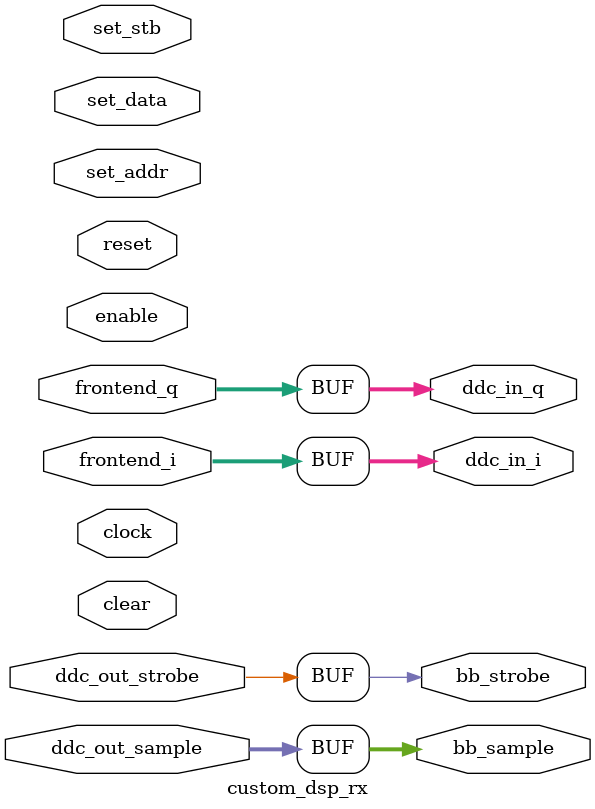
<source format=v>


//The following module effects the IO of the DDC chain.
//By default, this entire module is a simple pass-through.

//To implement DSP logic before the DDC:
//Implement custom DSP between frontend and ddc input.

//To implement DSP logic after the DDC:
//Implement custom DSP between ddc output and baseband.

//To bypass the DDC with custom logic:
//Implement custom DSP between frontend and baseband.

module custom_dsp_rx
#(
    //frontend bus width
    parameter WIDTH = 24
)
(
    //control signals
    input clock, //dsp clock
    input reset, //active high synchronous reset
    input clear, //active high on packet control init
    input enable, //active high when streaming enabled

    //user settings bus, controlled through user setting regs API
    input set_stb, input [7:0] set_addr, input [31:0] set_data,

    //full rate inputs directly from the RX frontend
    input [WIDTH-1:0] frontend_i,
    input [WIDTH-1:0] frontend_q,

    //full rate outputs directly to the DDC chain
    output [WIDTH-1:0] ddc_in_i,
    output [WIDTH-1:0] ddc_in_q,

    //strobed samples {I16,Q16} from the RX DDC chain
    input [31:0] ddc_out_sample,
    input ddc_out_strobe, //high on valid sample

    //strobbed baseband samples {I16,Q16} from this module
    output [31:0] bb_sample,
    output bb_strobe //high on valid sample
);

    assign ddc_in_i = frontend_i;
    assign ddc_in_q = frontend_q;
    assign bb_sample = ddc_out_sample;
    assign bb_strobe = ddc_out_strobe;

endmodule //custom_dsp_rx

</source>
